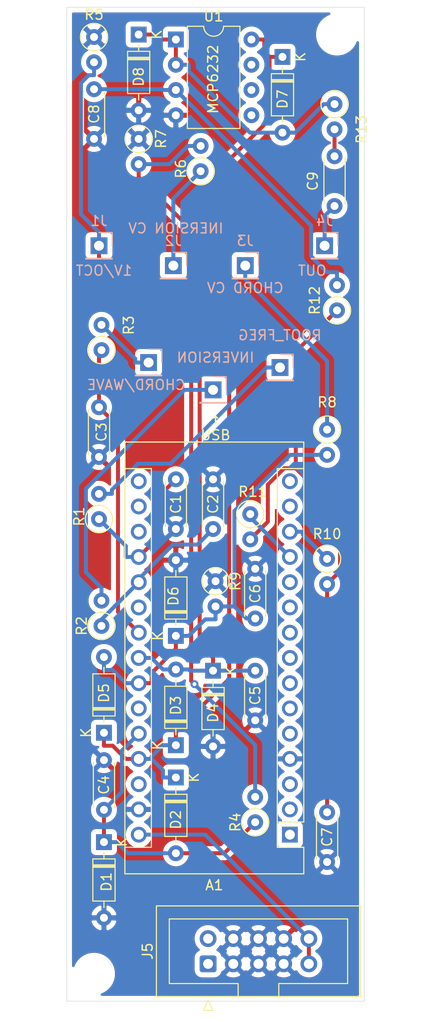
<source format=kicad_pcb>
(kicad_pcb (version 20171130) (host pcbnew "(5.1.9)-1")
  (layers (0 F.Cu signal) (31 B.Cu signal) (34 B.Paste user) (35 F.Paste user) (36 B.SilkS user) (37 F.SilkS user) (38 B.Mask user) (39 F.Mask user) (44 Edge.Cuts user))
  (net 0 "")
  (net 1 "Net-(A1-Pad16)")
  (net 2 "Net-(A1-Pad15)")
  (net 3 EURO12V)
  (net 4 "Net-(A1-Pad14)")
  (net 5 GND)
  (net 6 D10)
  (net 7 "Net-(A1-Pad28)")
  (net 8 D9)
  (net 9 5V)
  (net 10 "Net-(A1-Pad11)")
  (net 11 A7)
  (net 12 "Net-(A1-Pad10)")
  (net 13 "Net-(A1-Pad25)")
  (net 14 "Net-(A1-Pad9)")
  (net 15 A5)
  (net 16 "Net-(A1-Pad8)")
  (net 17 A4)
  (net 18 "Net-(A1-Pad7)")
  (net 19 A3)
  (net 20 "Net-(A1-Pad6)")
  (net 21 "Net-(A1-Pad21)")
  (net 22 "Net-(A1-Pad5)")
  (net 23 A1)
  (net 24 A0)
  (net 25 "Net-(A1-Pad3)")
  (net 26 "Net-(A1-Pad18)")
  (net 27 "Net-(A1-Pad2)")
  (net 28 "Net-(A1-Pad17)")
  (net 29 "Net-(A1-Pad1)")
  (net 30 "Net-(C7-Pad1)")
  (net 31 "Net-(C8-Pad1)")
  (net 32 "Net-(C9-Pad2)")
  (net 33 "Net-(C9-Pad1)")
  (net 34 "Net-(D7-Pad2)")
  (net 35 "Net-(J5-Pad2)")
  (net 36 "Net-(J5-Pad1)")
  (net 37 "Net-(R1-Pad2)")
  (net 38 "Net-(R2-Pad2)")
  (net 39 "Net-(R3-Pad2)")
  (net 40 "Net-(J1-PadT)")
  (net 41 "Net-(J2-PadT)")
  (net 42 "Net-(J3-PadT)")
  (module Resistor_THT:R_Axial_DIN0207_L6.3mm_D2.5mm_P2.54mm_Vertical (layer F.Cu) (at 118.5 101 270)
    (fp_text reference R11 (at -2.25 -0.25 180) (layer F.SilkS))
    (fp_text value 3.9k)
    (pad 2 thru_hole oval (at 2.54 0 270) (size 1.6 1.6) (drill 0.8) (layers *.Cu *.Mask) (net 30 "Net-(C7-Pad1)"))
    (pad 1 thru_hole circle (at 0 0 270) (size 1.6 1.6) (drill 0.8) (layers *.Cu *.Mask) (net 8 D9))
  )
  (module Resistor_THT:R_Axial_DIN0207_L6.3mm_D2.5mm_P2.54mm_Vertical (layer F.Cu) (at 115 107.75 270)
    (fp_text reference R9 (at 0 -2 90) (layer F.SilkS))
    (fp_text value 100k)
    (pad 2 thru_hole oval (at 2.54 0 270) (size 1.6 1.6) (drill 0.8) (layers *.Cu *.Mask) (net 15 A5))
    (pad 1 thru_hole circle (at 0 0 270) (size 1.6 1.6) (drill 0.8) (layers *.Cu *.Mask) (net 5 GND))
  )
  (module Resistor_THT:R_Axial_DIN0207_L6.3mm_D2.5mm_P2.54mm_Vertical (layer F.Cu) (at 119 132 90)
    (fp_text reference R4 (at 0 -2 90) (layer F.SilkS))
    (fp_text value 100R)
    (pad 2 thru_hole oval (at 2.54 0 90) (size 1.6 1.6) (drill 0.8) (layers *.Cu *.Mask) (net 40 "Net-(J1-PadT)"))
    (pad 1 thru_hole circle (at 0 0 90) (size 1.6 1.6) (drill 0.8) (layers *.Cu *.Mask) (net 11 A7))
  )
  (module Resistor_THT:R_Axial_DIN0207_L6.3mm_D2.5mm_P2.54mm_Vertical (layer F.Cu) (at 126.25 105.5 270)
    (fp_text reference R10 (at -2.5 0 180) (layer F.SilkS))
    (fp_text value 499k)
    (pad 2 thru_hole oval (at 2.54 0 270) (size 1.6 1.6) (drill 0.8) (layers *.Cu *.Mask) (net 30 "Net-(C7-Pad1)"))
    (pad 1 thru_hole circle (at 0 0 270) (size 1.6 1.6) (drill 0.8) (layers *.Cu *.Mask) (net 6 D10))
  )
  (module Resistor_THT:R_Axial_DIN0207_L6.3mm_D2.5mm_P2.54mm_Vertical (layer F.Cu) (at 126.25 92.5 270)
    (fp_text reference R8 (at -2.75 0 180) (layer F.SilkS))
    (fp_text value 1k)
    (pad 2 thru_hole oval (at 2.54 0 270) (size 1.6 1.6) (drill 0.8) (layers *.Cu *.Mask) (net 15 A5))
    (pad 1 thru_hole circle (at 0 0 270) (size 1.6 1.6) (drill 0.8) (layers *.Cu *.Mask) (net 42 "Net-(J3-PadT)"))
  )
  (module Resistor_THT:R_Axial_DIN0207_L6.3mm_D2.5mm_P2.54mm_Vertical (layer F.Cu) (at 103.5 112.25 90)
    (fp_text reference R2 (at 0 -2 90) (layer F.SilkS))
    (fp_text value 1k)
    (pad 2 thru_hole oval (at 2.54 0 90) (size 1.6 1.6) (drill 0.8) (layers *.Cu *.Mask) (net 38 "Net-(R2-Pad2)"))
    (pad 1 thru_hole circle (at 0 0 90) (size 1.6 1.6) (drill 0.8) (layers *.Cu *.Mask) (net 23 A1))
  )
  (module Resistor_THT:R_Axial_DIN0207_L6.3mm_D2.5mm_P2.54mm_Vertical (layer F.Cu) (at 103.25 101.5 90)
    (fp_text reference R1 (at 0.25 -2 270) (layer F.SilkS))
    (fp_text value 1k)
    (pad 2 thru_hole oval (at 2.54 0 90) (size 1.6 1.6) (drill 0.8) (layers *.Cu *.Mask) (net 37 "Net-(R1-Pad2)"))
    (pad 1 thru_hole circle (at 0 0 90) (size 1.6 1.6) (drill 0.8) (layers *.Cu *.Mask) (net 24 A0))
  )
  (module Resistor_THT:R_Axial_DIN0207_L6.3mm_D2.5mm_P2.54mm_Vertical (layer F.Cu) (at 127.25 80.5 90)
    (fp_text reference R12 (at 1 -2.25 90) (layer F.SilkS))
    (fp_text value 3.9k)
    (pad 2 thru_hole oval (at 2.54 0 90) (size 1.6 1.6) (drill 0.8) (layers *.Cu *.Mask) (net 31 "Net-(C8-Pad1)"))
    (pad 1 thru_hole circle (at 0 0 90) (size 1.6 1.6) (drill 0.8) (layers *.Cu *.Mask) (net 30 "Net-(C7-Pad1)"))
  )
  (module Resistor_THT:R_Axial_DIN0207_L6.3mm_D2.5mm_P2.54mm_Vertical (layer F.Cu) (at 103.5 84.5 90)
    (fp_text reference R3 (at 2.5 2.75 90) (layer F.SilkS))
    (fp_text value 1k)
    (pad 2 thru_hole oval (at 2.54 0 90) (size 1.6 1.6) (drill 0.8) (layers *.Cu *.Mask) (net 39 "Net-(R3-Pad2)"))
    (pad 1 thru_hole circle (at 0 0 90) (size 1.6 1.6) (drill 0.8) (layers *.Cu *.Mask) (net 19 A3))
  )
  (module Resistor_THT:R_Axial_DIN0207_L6.3mm_D2.5mm_P2.54mm_Vertical (layer F.Cu) (at 127 59.75 270)
    (fp_text reference R13 (at 2.54 -2.72 90) (layer F.SilkS))
    (fp_text value 220R)
    (pad 2 thru_hole oval (at 2.54 0 270) (size 1.6 1.6) (drill 0.8) (layers *.Cu *.Mask) (net 32 "Net-(C9-Pad2)"))
    (pad 1 thru_hole circle (at 0 0 270) (size 1.6 1.6) (drill 0.8) (layers *.Cu *.Mask) (net 34 "Net-(D7-Pad2)"))
  )
  (module Resistor_THT:R_Axial_DIN0207_L6.3mm_D2.5mm_P2.54mm_Vertical (layer F.Cu) (at 113.5 66.5 90)
    (fp_text reference R6 (at 0.25 -2 90) (layer F.SilkS))
    (fp_text value 1k)
    (pad 2 thru_hole oval (at 2.54 0 90) (size 1.6 1.6) (drill 0.8) (layers *.Cu *.Mask) (net 17 A4))
    (pad 1 thru_hole circle (at 0 0 90) (size 1.6 1.6) (drill 0.8) (layers *.Cu *.Mask) (net 41 "Net-(J2-PadT)"))
  )
  (module Resistor_THT:R_Axial_DIN0207_L6.3mm_D2.5mm_P2.54mm_Vertical (layer F.Cu) (at 107.25 63.25 270)
    (fp_text reference R7 (at 0 -2.25 90) (layer F.SilkS))
    (fp_text value 100k)
    (pad 2 thru_hole oval (at 2.54 0 270) (size 1.6 1.6) (drill 0.8) (layers *.Cu *.Mask) (net 17 A4))
    (pad 1 thru_hole circle (at 0 0 270) (size 1.6 1.6) (drill 0.8) (layers *.Cu *.Mask) (net 5 GND))
  )
  (module Resistor_THT:R_Axial_DIN0207_L6.3mm_D2.5mm_P2.54mm_Vertical (layer F.Cu) (at 102.75 53 270)
    (fp_text reference R5 (at -2.25 0 180) (layer F.SilkS))
    (fp_text value 100k)
    (pad 2 thru_hole oval (at 2.54 0 270) (size 1.6 1.6) (drill 0.8) (layers *.Cu *.Mask) (net 40 "Net-(J1-PadT)"))
    (pad 1 thru_hole circle (at 0 0 270) (size 1.6 1.6) (drill 0.8) (layers *.Cu *.Mask) (net 5 GND))
  )
  (module Connector_PinHeader_2.54mm:PinHeader_1x01_P2.54mm_Vertical (layer B.Cu) (at 121.5 86.25 180)
    (fp_text reference ROOT_FREG (at 0 3.25 180) (layer B.SilkS) (effects (justify mirror)))
    (fp_text value 100k)
    (pad 1 thru_hole rect (at 0 0 180) (size 1.7 1.7) (drill 1) (layers *.Cu *.Mask) (net 37 "Net-(R1-Pad2)"))
  )
  (module Connector_PinHeader_2.54mm:PinHeader_1x01_P2.54mm_Vertical (layer B.Cu) (at 114.75 88.5 180)
    (fp_text reference INVERSION (at -0.25 3.25 180) (layer B.SilkS) (effects (justify mirror)))
    (fp_text value 100k)
    (pad 1 thru_hole rect (at 0 0 180) (size 1.7 1.7) (drill 1) (layers *.Cu *.Mask) (net 38 "Net-(R2-Pad2)"))
  )
  (module Connector_PinHeader_2.54mm:PinHeader_1x01_P2.54mm_Vertical (layer B.Cu) (at 108.25 85.75 180)
    (fp_text reference CHORD/WAVE (at 1.25 -2.25 180) (layer B.SilkS) (effects (justify mirror)))
    (fp_text value 100k)
    (pad 1 thru_hole rect (at 0 0 180) (size 1.7 1.7) (drill 1) (layers *.Cu *.Mask) (net 39 "Net-(R3-Pad2)"))
  )
  (module Connector_PinHeader_2.54mm:PinHeader_1x01_P2.54mm_Vertical (layer B.Cu) (at 118 76 180)
    (fp_text reference J3 (at 0 2.5 180) (layer B.SilkS) (effects (justify mirror)))
    (fp_text value CHORD_CV)
    (pad 1 thru_hole rect (at 0 0 180) (size 1.7 1.7) (drill 1) (layers *.Cu *.Mask) (net 42 "Net-(J3-PadT)"))
  )
  (module Connector_PinHeader_2.54mm:PinHeader_1x01_P2.54mm_Vertical (layer B.Cu) (at 110.75 76 180)
    (fp_text reference J2 (at 0 2.5 180) (layer B.SilkS) (effects (justify mirror)))
    (fp_text value INVERSION_CV)
    (pad 1 thru_hole rect (at 0 0 180) (size 1.7 1.7) (drill 1) (layers *.Cu *.Mask) (net 41 "Net-(J2-PadT)"))
  )
  (module Connector_PinHeader_2.54mm:PinHeader_1x01_P2.54mm_Vertical (layer B.Cu) (at 103.25 74 180)
    (fp_text reference J1 (at 0 2.5 180) (layer B.SilkS) (effects (justify mirror)))
    (fp_text value 1V/OCT)
    (pad 1 thru_hole rect (at 0 0 180) (size 1.7 1.7) (drill 1) (layers *.Cu *.Mask) (net 40 "Net-(J1-PadT)"))
  )
  (module Connector_PinHeader_2.54mm:PinHeader_1x01_P2.54mm_Vertical (layer B.Cu) (at 126 74 180)
    (fp_text reference J4 (at 0 2.5 180) (layer B.SilkS) (effects (justify mirror)))
    (fp_text value OUT)
    (pad 1 thru_hole rect (at 0 0 180) (size 1.7 1.7) (drill 1) (layers *.Cu *.Mask) (net 33 "Net-(C9-Pad1)"))
  )
  (module MountingHole:MountingHole_3.2mm_M3 (layer F.Cu) (at 127.25 52.75)
    (fp_text reference REF2 hide)
    (fp_text value MountingHole_3.2mm_M3)
    (pad 1 np_thru_hole circle (at 0 0) (size 3.2 3.2) (drill 3.2) (layers *.Cu *.Mask))
  )
  (module MountingHole:MountingHole_3.2mm_M3 (layer F.Cu) (at 102.75 147.25)
    (fp_text reference REF1 hide)
    (fp_text value MountingHole_3.2mm_M3)
    (pad 1 np_thru_hole circle (at 0 0) (size 3.2 3.2) (drill 3.2) (layers *.Cu *.Mask))
  )
  (module Package_DIP:DIP-8_W7.62mm (layer F.Cu) (at 111 53.25)
    (fp_text reference U1 (at 3.81 -2.33) (layer F.SilkS))
    (fp_text value MCP6L02x-xSN)
    (pad 8 thru_hole oval (at 7.62 0) (size 1.6 1.6) (drill 0.8) (layers *.Cu *.Mask) (net 9 5V))
    (pad 4 thru_hole oval (at 0 7.62) (size 1.6 1.6) (drill 0.8) (layers *.Cu *.Mask) (net 5 GND))
    (pad 7 thru_hole oval (at 7.62 2.54) (size 1.6 1.6) (drill 0.8) (layers *.Cu *.Mask))
    (pad 3 thru_hole oval (at 0 5.08) (size 1.6 1.6) (drill 0.8) (layers *.Cu *.Mask) (net 31 "Net-(C8-Pad1)"))
    (pad 6 thru_hole oval (at 7.62 5.08) (size 1.6 1.6) (drill 0.8) (layers *.Cu *.Mask))
    (pad 2 thru_hole oval (at 0 2.54) (size 1.6 1.6) (drill 0.8) (layers *.Cu *.Mask) (net 34 "Net-(D7-Pad2)"))
    (pad 5 thru_hole oval (at 7.62 7.62) (size 1.6 1.6) (drill 0.8) (layers *.Cu *.Mask))
    (pad 1 thru_hole rect (at 0 0) (size 1.6 1.6) (drill 0.8) (layers *.Cu *.Mask) (net 34 "Net-(D7-Pad2)"))
  )
  (module Connector_IDC:IDC-Header_2x05_P2.54mm_Vertical (layer F.Cu) (at 114.25 146.25 90)
    (fp_text reference J5 (at 1.27 -6.1 90) (layer F.SilkS))
    (fp_text value POWER)
    (pad 10 thru_hole circle (at 2.54 10.16 90) (size 1.7 1.7) (drill 1) (layers *.Cu *.Mask) (net 3 EURO12V))
    (pad 8 thru_hole circle (at 2.54 7.62 90) (size 1.7 1.7) (drill 1) (layers *.Cu *.Mask) (net 5 GND))
    (pad 6 thru_hole circle (at 2.54 5.08 90) (size 1.7 1.7) (drill 1) (layers *.Cu *.Mask) (net 5 GND))
    (pad 4 thru_hole circle (at 2.54 2.54 90) (size 1.7 1.7) (drill 1) (layers *.Cu *.Mask) (net 5 GND))
    (pad 2 thru_hole circle (at 2.54 0 90) (size 1.7 1.7) (drill 1) (layers *.Cu *.Mask) (net 35 "Net-(J5-Pad2)"))
    (pad 9 thru_hole circle (at 0 10.16 90) (size 1.7 1.7) (drill 1) (layers *.Cu *.Mask) (net 3 EURO12V))
    (pad 7 thru_hole circle (at 0 7.62 90) (size 1.7 1.7) (drill 1) (layers *.Cu *.Mask) (net 5 GND))
    (pad 5 thru_hole circle (at 0 5.08 90) (size 1.7 1.7) (drill 1) (layers *.Cu *.Mask) (net 5 GND))
    (pad 3 thru_hole circle (at 0 2.54 90) (size 1.7 1.7) (drill 1) (layers *.Cu *.Mask) (net 5 GND))
    (pad 1 thru_hole roundrect (at 0 0 90) (size 1.7 1.7) (drill 1) (layers *.Cu *.Mask) (roundrect_rratio 0.1470588235294118) (net 36 "Net-(J5-Pad1)"))
  )
  (module Diode_THT:D_DO-35_SOD27_P7.62mm_Horizontal (layer F.Cu) (at 107.25 52.75 270)
    (fp_text reference D8 (at 4.25 0 90) (layer F.SilkS))
    (fp_text value BAT43)
    (fp_text user K (at 0 -1.8 90) (layer F.SilkS))
    (pad 2 thru_hole oval (at 7.62 0 270) (size 1.6 1.6) (drill 0.8) (layers *.Cu *.Mask) (net 5 GND))
    (pad 1 thru_hole rect (at 0 0 270) (size 1.6 1.6) (drill 0.8) (layers *.Cu *.Mask) (net 34 "Net-(D7-Pad2)"))
  )
  (module Diode_THT:D_DO-35_SOD27_P7.62mm_Horizontal (layer F.Cu) (at 121.75 55 270)
    (fp_text reference D7 (at 4.25 0 90) (layer F.SilkS))
    (fp_text value BAT43)
    (fp_text user K (at 0 -1.8 90) (layer F.SilkS))
    (pad 2 thru_hole oval (at 7.62 0 270) (size 1.6 1.6) (drill 0.8) (layers *.Cu *.Mask) (net 34 "Net-(D7-Pad2)"))
    (pad 1 thru_hole rect (at 0 0 270) (size 1.6 1.6) (drill 0.8) (layers *.Cu *.Mask) (net 9 5V))
  )
  (module Diode_THT:D_DO-35_SOD27_P7.62mm_Horizontal (layer F.Cu) (at 111 113.25 90)
    (fp_text reference D6 (at 4 -0.25 90) (layer F.SilkS))
    (fp_text value BAT43)
    (fp_text user K (at 0 -1.8 90) (layer F.SilkS))
    (pad 2 thru_hole oval (at 7.62 0 90) (size 1.6 1.6) (drill 0.8) (layers *.Cu *.Mask) (net 5 GND))
    (pad 1 thru_hole rect (at 0 0 90) (size 1.6 1.6) (drill 0.8) (layers *.Cu *.Mask) (net 15 A5))
  )
  (module Diode_THT:D_DO-35_SOD27_P7.62mm_Horizontal (layer F.Cu) (at 103.75 123 90)
    (fp_text reference D5 (at 4 0 90) (layer F.SilkS))
    (fp_text value BAT43)
    (fp_text user K (at 0 -1.8 90) (layer F.SilkS))
    (pad 2 thru_hole oval (at 7.62 0 90) (size 1.6 1.6) (drill 0.8) (layers *.Cu *.Mask) (net 15 A5))
    (pad 1 thru_hole rect (at 0 0 90) (size 1.6 1.6) (drill 0.8) (layers *.Cu *.Mask) (net 9 5V))
  )
  (module Diode_THT:D_DO-35_SOD27_P7.62mm_Horizontal (layer F.Cu) (at 114.75 116.75 270)
    (fp_text reference D4 (at 4.25 0 90) (layer F.SilkS))
    (fp_text value BAT43)
    (fp_text user K (at 0 -1.8 90) (layer F.SilkS))
    (pad 2 thru_hole oval (at 7.62 0 270) (size 1.6 1.6) (drill 0.8) (layers *.Cu *.Mask) (net 5 GND))
    (pad 1 thru_hole rect (at 0 0 270) (size 1.6 1.6) (drill 0.8) (layers *.Cu *.Mask) (net 17 A4))
  )
  (module Diode_THT:D_DO-35_SOD27_P7.62mm_Horizontal (layer F.Cu) (at 111 124.25 90)
    (fp_text reference D3 (at 4 0 90) (layer F.SilkS))
    (fp_text value BAT43)
    (fp_text user K (at 0 -1.8 90) (layer F.SilkS))
    (pad 2 thru_hole oval (at 7.62 0 90) (size 1.6 1.6) (drill 0.8) (layers *.Cu *.Mask) (net 17 A4))
    (pad 1 thru_hole rect (at 0 0 90) (size 1.6 1.6) (drill 0.8) (layers *.Cu *.Mask) (net 9 5V))
  )
  (module Diode_THT:D_DO-35_SOD27_P7.62mm_Horizontal (layer F.Cu) (at 111 127.5 270)
    (fp_text reference D2 (at 4.25 0 90) (layer F.SilkS))
    (fp_text value BAT43)
    (fp_text user K (at 0 -1.8 90) (layer F.SilkS))
    (pad 2 thru_hole oval (at 7.62 0 270) (size 1.6 1.6) (drill 0.8) (layers *.Cu *.Mask) (net 11 A7))
    (pad 1 thru_hole rect (at 0 0 270) (size 1.6 1.6) (drill 0.8) (layers *.Cu *.Mask) (net 9 5V))
  )
  (module Diode_THT:D_DO-35_SOD27_P7.62mm_Horizontal (layer F.Cu) (at 103.75 134 270)
    (fp_text reference D1 (at 4 -0.25 90) (layer F.SilkS))
    (fp_text value BAT43)
    (fp_text user K (at 0 -1.8 90) (layer F.SilkS))
    (pad 2 thru_hole oval (at 7.62 0 270) (size 1.6 1.6) (drill 0.8) (layers *.Cu *.Mask) (net 5 GND))
    (pad 1 thru_hole rect (at 0 0 270) (size 1.6 1.6) (drill 0.8) (layers *.Cu *.Mask) (net 11 A7))
  )
  (module Capacitor_THT:C_Disc_D4.3mm_W1.9mm_P5.00mm (layer F.Cu) (at 127 70 90)
    (fp_text reference C9 (at 2.5 -2.2 90) (layer F.SilkS))
    (fp_text value 4.7uF)
    (pad 2 thru_hole circle (at 5 0 90) (size 1.6 1.6) (drill 0.8) (layers *.Cu *.Mask) (net 32 "Net-(C9-Pad2)"))
    (pad 1 thru_hole circle (at 0 0 90) (size 1.6 1.6) (drill 0.8) (layers *.Cu *.Mask) (net 33 "Net-(C9-Pad1)"))
  )
  (module Capacitor_THT:C_Disc_D4.3mm_W1.9mm_P5.00mm (layer F.Cu) (at 102.75 58.25 270)
    (fp_text reference C8 (at 2.5 0 90) (layer F.SilkS))
    (fp_text value 10nF)
    (pad 2 thru_hole circle (at 5 0 270) (size 1.6 1.6) (drill 0.8) (layers *.Cu *.Mask) (net 5 GND))
    (pad 1 thru_hole circle (at 0 0 270) (size 1.6 1.6) (drill 0.8) (layers *.Cu *.Mask) (net 31 "Net-(C8-Pad1)"))
  )
  (module Capacitor_THT:C_Disc_D4.3mm_W1.9mm_P5.00mm (layer F.Cu) (at 126.25 131 270)
    (fp_text reference C7 (at 2.5 0 90) (layer F.SilkS))
    (fp_text value 10nF)
    (pad 2 thru_hole circle (at 5 0 270) (size 1.6 1.6) (drill 0.8) (layers *.Cu *.Mask) (net 5 GND))
    (pad 1 thru_hole circle (at 0 0 270) (size 1.6 1.6) (drill 0.8) (layers *.Cu *.Mask) (net 30 "Net-(C7-Pad1)"))
  )
  (module Capacitor_THT:C_Disc_D4.3mm_W1.9mm_P5.00mm (layer F.Cu) (at 119 111.5 90)
    (fp_text reference C6 (at 2.5 0 90) (layer F.SilkS))
    (fp_text value 68nF)
    (pad 2 thru_hole circle (at 5 0 90) (size 1.6 1.6) (drill 0.8) (layers *.Cu *.Mask) (net 5 GND))
    (pad 1 thru_hole circle (at 0 0 90) (size 1.6 1.6) (drill 0.8) (layers *.Cu *.Mask) (net 15 A5))
  )
  (module Capacitor_THT:C_Disc_D4.3mm_W1.9mm_P5.00mm (layer F.Cu) (at 119 116.75 270)
    (fp_text reference C5 (at 2.5 0 90) (layer F.SilkS))
    (fp_text value 68nF)
    (pad 2 thru_hole circle (at 5 0 270) (size 1.6 1.6) (drill 0.8) (layers *.Cu *.Mask) (net 5 GND))
    (pad 1 thru_hole circle (at 0 0 270) (size 1.6 1.6) (drill 0.8) (layers *.Cu *.Mask) (net 17 A4))
  )
  (module Capacitor_THT:C_Disc_D4.3mm_W1.9mm_P5.00mm (layer F.Cu) (at 103.75 130.75 90)
    (fp_text reference C4 (at 2.5 0 90) (layer F.SilkS))
    (fp_text value 68nF)
    (pad 2 thru_hole circle (at 5 0 90) (size 1.6 1.6) (drill 0.8) (layers *.Cu *.Mask) (net 5 GND))
    (pad 1 thru_hole circle (at 0 0 90) (size 1.6 1.6) (drill 0.8) (layers *.Cu *.Mask) (net 11 A7))
  )
  (module Capacitor_THT:C_Disc_D4.3mm_W1.9mm_P5.00mm (layer F.Cu) (at 103.25 90.25 270)
    (fp_text reference C3 (at 2.5 -0.25 90) (layer F.SilkS))
    (fp_text value 10nF)
    (pad 2 thru_hole circle (at 5 0 270) (size 1.6 1.6) (drill 0.8) (layers *.Cu *.Mask) (net 5 GND))
    (pad 1 thru_hole circle (at 0 0 270) (size 1.6 1.6) (drill 0.8) (layers *.Cu *.Mask) (net 19 A3))
  )
  (module Capacitor_THT:C_Disc_D4.3mm_W1.9mm_P5.00mm (layer F.Cu) (at 114.75 102.5 90)
    (fp_text reference C2 (at 2.5 0 90) (layer F.SilkS))
    (fp_text value 10nF)
    (pad 2 thru_hole circle (at 5 0 90) (size 1.6 1.6) (drill 0.8) (layers *.Cu *.Mask) (net 5 GND))
    (pad 1 thru_hole circle (at 0 0 90) (size 1.6 1.6) (drill 0.8) (layers *.Cu *.Mask) (net 23 A1))
  )
  (module Capacitor_THT:C_Disc_D4.3mm_W1.9mm_P5.00mm (layer F.Cu) (at 111 97.5 270)
    (fp_text reference C1 (at 2.5 0 90) (layer F.SilkS))
    (fp_text value 10nF)
    (pad 2 thru_hole circle (at 5 0 270) (size 1.6 1.6) (drill 0.8) (layers *.Cu *.Mask) (net 5 GND))
    (pad 1 thru_hole circle (at 0 0 270) (size 1.6 1.6) (drill 0.8) (layers *.Cu *.Mask) (net 24 A0))
  )
  (module Module:Arduino_Nano (layer F.Cu) (at 122.5 133.25 180)
    (fp_text reference A1 (at 7.62 -5.08) (layer F.SilkS))
    (fp_text value Arduino_Nano_v3.x)
    (pad 16 thru_hole oval (at 15.24 35.56 180) (size 1.6 1.6) (drill 1) (layers *.Cu *.Mask) (net 1 "Net-(A1-Pad16)"))
    (pad 15 thru_hole oval (at 0 35.56 180) (size 1.6 1.6) (drill 1) (layers *.Cu *.Mask) (net 2 "Net-(A1-Pad15)"))
    (pad 30 thru_hole oval (at 15.24 0 180) (size 1.6 1.6) (drill 1) (layers *.Cu *.Mask) (net 3 EURO12V))
    (pad 14 thru_hole oval (at 0 33.02 180) (size 1.6 1.6) (drill 1) (layers *.Cu *.Mask) (net 4 "Net-(A1-Pad14)"))
    (pad 29 thru_hole oval (at 15.24 2.54 180) (size 1.6 1.6) (drill 1) (layers *.Cu *.Mask) (net 5 GND))
    (pad 13 thru_hole oval (at 0 30.48 180) (size 1.6 1.6) (drill 1) (layers *.Cu *.Mask) (net 6 D10))
    (pad 28 thru_hole oval (at 15.24 5.08 180) (size 1.6 1.6) (drill 1) (layers *.Cu *.Mask) (net 7 "Net-(A1-Pad28)"))
    (pad 12 thru_hole oval (at 0 27.94 180) (size 1.6 1.6) (drill 1) (layers *.Cu *.Mask) (net 8 D9))
    (pad 27 thru_hole oval (at 15.24 7.62 180) (size 1.6 1.6) (drill 1) (layers *.Cu *.Mask) (net 9 5V))
    (pad 11 thru_hole oval (at 0 25.4 180) (size 1.6 1.6) (drill 1) (layers *.Cu *.Mask) (net 10 "Net-(A1-Pad11)"))
    (pad 26 thru_hole oval (at 15.24 10.16 180) (size 1.6 1.6) (drill 1) (layers *.Cu *.Mask) (net 11 A7))
    (pad 10 thru_hole oval (at 0 22.86 180) (size 1.6 1.6) (drill 1) (layers *.Cu *.Mask) (net 12 "Net-(A1-Pad10)"))
    (pad 25 thru_hole oval (at 15.24 12.7 180) (size 1.6 1.6) (drill 1) (layers *.Cu *.Mask) (net 13 "Net-(A1-Pad25)"))
    (pad 9 thru_hole oval (at 0 20.32 180) (size 1.6 1.6) (drill 1) (layers *.Cu *.Mask) (net 14 "Net-(A1-Pad9)"))
    (pad 24 thru_hole oval (at 15.24 15.24 180) (size 1.6 1.6) (drill 1) (layers *.Cu *.Mask) (net 15 A5))
    (pad 8 thru_hole oval (at 0 17.78 180) (size 1.6 1.6) (drill 1) (layers *.Cu *.Mask) (net 16 "Net-(A1-Pad8)"))
    (pad 23 thru_hole oval (at 15.24 17.78 180) (size 1.6 1.6) (drill 1) (layers *.Cu *.Mask) (net 17 A4))
    (pad 7 thru_hole oval (at 0 15.24 180) (size 1.6 1.6) (drill 1) (layers *.Cu *.Mask) (net 18 "Net-(A1-Pad7)"))
    (pad 22 thru_hole oval (at 15.24 20.32 180) (size 1.6 1.6) (drill 1) (layers *.Cu *.Mask) (net 19 A3))
    (pad 6 thru_hole oval (at 0 12.7 180) (size 1.6 1.6) (drill 1) (layers *.Cu *.Mask) (net 20 "Net-(A1-Pad6)"))
    (pad 21 thru_hole oval (at 15.24 22.86 180) (size 1.6 1.6) (drill 1) (layers *.Cu *.Mask) (net 21 "Net-(A1-Pad21)"))
    (pad 5 thru_hole oval (at 0 10.16 180) (size 1.6 1.6) (drill 1) (layers *.Cu *.Mask) (net 22 "Net-(A1-Pad5)"))
    (pad 20 thru_hole oval (at 15.24 25.4 180) (size 1.6 1.6) (drill 1) (layers *.Cu *.Mask) (net 23 A1))
    (pad 4 thru_hole oval (at 0 7.62 180) (size 1.6 1.6) (drill 1) (layers *.Cu *.Mask) (net 5 GND))
    (pad 19 thru_hole oval (at 15.24 27.94 180) (size 1.6 1.6) (drill 1) (layers *.Cu *.Mask) (net 24 A0))
    (pad 3 thru_hole oval (at 0 5.08 180) (size 1.6 1.6) (drill 1) (layers *.Cu *.Mask) (net 25 "Net-(A1-Pad3)"))
    (pad 18 thru_hole oval (at 15.24 30.48 180) (size 1.6 1.6) (drill 1) (layers *.Cu *.Mask) (net 26 "Net-(A1-Pad18)"))
    (pad 2 thru_hole oval (at 0 2.54 180) (size 1.6 1.6) (drill 1) (layers *.Cu *.Mask) (net 27 "Net-(A1-Pad2)"))
    (pad 17 thru_hole oval (at 15.24 33.02 180) (size 1.6 1.6) (drill 1) (layers *.Cu *.Mask) (net 28 "Net-(A1-Pad17)"))
    (pad 1 thru_hole rect (at 0 0 180) (size 1.6 1.6) (drill 1) (layers *.Cu *.Mask) (net 29 "Net-(A1-Pad1)"))
  )
  (gr_text "↑\nUSB" (at 115 92.25) (layer F.SilkS) (effects (font (size 1 1))))
  (gr_text MCP6232 (at 114.75 57.25 90) (layer F.SilkS) (effects (font (size 1 1))))
  (gr_text 1V/OCT (at 103.75 76.5) (layer B.SilkS) (effects (font (size 1 1)) (justify mirror)))
  (gr_text "INERSION CV" (at 111 72.25) (layer B.SilkS) (effects (font (size 1 1)) (justify mirror)))
  (gr_text "CHORD CV" (at 118 78.25) (layer B.SilkS) (effects (font (size 1 1)) (justify mirror)))
  (gr_text OUT (at 124.75 76.5) (layer B.SilkS) (effects (font (size 1 1)) (justify mirror)))
  (gr_line (start 130 50) (end 100 50) (layer Edge.Cuts) (width 0.05))
  (gr_line (start 130 150) (end 130 50) (layer Edge.Cuts) (width 0.05))
  (gr_line (start 100 150) (end 130 150) (layer Edge.Cuts) (width 0.05))
  (gr_line (start 100 50) (end 100 150) (layer Edge.Cuts) (width 0.05))
  (segment (start 124.41 146.25) (end 124.41 143.71) (width 0.4) (layer F.Cu) (net 3))
  (segment (start 107.26 133.25) (end 113.95 133.25) (width 0.4) (layer B.Cu) (net 3))
  (segment (start 113.95 133.25) (end 124.41 143.71) (width 0.4) (layer B.Cu) (net 3))
  (segment (start 122.5 102.77) (end 123.8003 102.77) (width 0.4) (layer B.Cu) (net 6))
  (segment (start 123.8003 102.77) (end 123.8003 103.0503) (width 0.4) (layer B.Cu) (net 6))
  (segment (start 123.8003 103.0503) (end 126.25 105.5) (width 0.4) (layer B.Cu) (net 6))
  (segment (start 122.5 105.31) (end 118.5 101.31) (width 0.4) (layer B.Cu) (net 8))
  (segment (start 118.5 101.31) (end 118.5 101) (width 0.4) (layer B.Cu) (net 8))
  (segment (start 111 124.25) (end 111 122.9497) (width 0.4) (layer F.Cu) (net 9))
  (segment (start 111 122.9497) (end 116.3772 117.5725) (width 0.4) (layer F.Cu) (net 9))
  (segment (start 116.3772 117.5725) (end 116.3772 65.3548) (width 0.4) (layer F.Cu) (net 9))
  (segment (start 116.3772 65.3548) (end 120.4497 61.2823) (width 0.4) (layer F.Cu) (net 9))
  (segment (start 120.4497 61.2823) (end 120.4497 55) (width 0.4) (layer F.Cu) (net 9))
  (segment (start 118.62 53.25) (end 119.9203 53.25) (width 0.4) (layer F.Cu) (net 9))
  (segment (start 121.75 55) (end 120.4497 55) (width 0.4) (layer F.Cu) (net 9))
  (segment (start 120.4497 55) (end 119.9203 54.4706) (width 0.4) (layer F.Cu) (net 9))
  (segment (start 119.9203 54.4706) (end 119.9203 53.25) (width 0.4) (layer F.Cu) (net 9))
  (segment (start 103.75 123) (end 103.75 124.3003) (width 0.4) (layer F.Cu) (net 9))
  (segment (start 107.26 125.63) (end 105.9597 125.63) (width 0.4) (layer F.Cu) (net 9))
  (segment (start 105.9597 125.63) (end 104.63 124.3003) (width 0.4) (layer F.Cu) (net 9))
  (segment (start 104.63 124.3003) (end 103.75 124.3003) (width 0.4) (layer F.Cu) (net 9))
  (segment (start 111 127.5) (end 109.6997 127.5) (width 0.4) (layer B.Cu) (net 9))
  (segment (start 109.6997 127.5) (end 109.6997 126.7694) (width 0.4) (layer B.Cu) (net 9))
  (segment (start 109.6997 126.7694) (end 108.5603 125.63) (width 0.4) (layer B.Cu) (net 9))
  (segment (start 107.26 125.63) (end 108.5603 125.63) (width 0.4) (layer B.Cu) (net 9))
  (segment (start 111 124.25) (end 109.6997 124.25) (width 0.4) (layer B.Cu) (net 9))
  (segment (start 108.5603 125.63) (end 108.5603 125.3894) (width 0.4) (layer B.Cu) (net 9))
  (segment (start 108.5603 125.3894) (end 109.6997 124.25) (width 0.4) (layer B.Cu) (net 9))
  (segment (start 111 135.12) (end 115.88 135.12) (width 0.4) (layer F.Cu) (net 11))
  (segment (start 115.88 135.12) (end 119 132) (width 0.4) (layer F.Cu) (net 11))
  (segment (start 103.75 130.75) (end 105.565 128.935) (width 0.4) (layer B.Cu) (net 11))
  (segment (start 105.565 128.935) (end 105.565 124.785) (width 0.4) (layer B.Cu) (net 11))
  (segment (start 105.565 124.785) (end 107.26 123.09) (width 0.4) (layer B.Cu) (net 11))
  (segment (start 103.75 134) (end 105.0503 134) (width 0.4) (layer B.Cu) (net 11))
  (segment (start 105.0503 134) (end 106.1703 135.12) (width 0.4) (layer B.Cu) (net 11))
  (segment (start 106.1703 135.12) (end 111 135.12) (width 0.4) (layer B.Cu) (net 11))
  (segment (start 103.75 130.75) (end 103.75 134) (width 0.4) (layer F.Cu) (net 11))
  (segment (start 116.9049 110.29) (end 116.9049 100.6766) (width 0.4) (layer B.Cu) (net 15))
  (segment (start 116.9049 100.6766) (end 122.5415 95.04) (width 0.4) (layer B.Cu) (net 15))
  (segment (start 122.5415 95.04) (end 126.25 95.04) (width 0.4) (layer B.Cu) (net 15))
  (segment (start 119 111.5) (end 118.1149 111.5) (width 0.4) (layer B.Cu) (net 15))
  (segment (start 118.1149 111.5) (end 116.9049 110.29) (width 0.4) (layer B.Cu) (net 15))
  (segment (start 116.9049 110.29) (end 116.3003 110.29) (width 0.4) (layer B.Cu) (net 15))
  (segment (start 115 110.29) (end 115 111.5903) (width 0.4) (layer B.Cu) (net 15))
  (segment (start 111 113.25) (end 112.3003 113.25) (width 0.4) (layer B.Cu) (net 15))
  (segment (start 112.3003 113.25) (end 113.96 111.5903) (width 0.4) (layer B.Cu) (net 15))
  (segment (start 113.96 111.5903) (end 115 111.5903) (width 0.4) (layer B.Cu) (net 15))
  (segment (start 107.26 118.01) (end 108.5603 118.01) (width 0.4) (layer F.Cu) (net 15))
  (segment (start 111 113.25) (end 111 114.5503) (width 0.4) (layer F.Cu) (net 15))
  (segment (start 108.5603 118.01) (end 108.5603 116.99) (width 0.4) (layer F.Cu) (net 15))
  (segment (start 108.5603 116.99) (end 111 114.5503) (width 0.4) (layer F.Cu) (net 15))
  (segment (start 115 110.29) (end 116.3003 110.29) (width 0.4) (layer B.Cu) (net 15))
  (segment (start 103.75 115.38) (end 103.75 116.6803) (width 0.4) (layer B.Cu) (net 15))
  (segment (start 107.26 118.01) (end 105.9597 118.01) (width 0.4) (layer B.Cu) (net 15))
  (segment (start 105.9597 118.01) (end 104.63 116.6803) (width 0.4) (layer B.Cu) (net 15))
  (segment (start 104.63 116.6803) (end 103.75 116.6803) (width 0.4) (layer B.Cu) (net 15))
  (segment (start 113.5 63.96) (end 112.1997 63.96) (width 0.4) (layer B.Cu) (net 17))
  (segment (start 107.25 65.79) (end 110.3697 65.79) (width 0.4) (layer B.Cu) (net 17))
  (segment (start 110.3697 65.79) (end 112.1997 63.96) (width 0.4) (layer B.Cu) (net 17))
  (segment (start 107.25 65.79) (end 107.25 67.0903) (width 0.4) (layer F.Cu) (net 17))
  (segment (start 114.75 116.75) (end 114.75 115.4497) (width 0.4) (layer F.Cu) (net 17))
  (segment (start 114.75 115.4497) (end 113.3996 114.0993) (width 0.4) (layer F.Cu) (net 17))
  (segment (start 113.3996 114.0993) (end 113.3996 73.2399) (width 0.4) (layer F.Cu) (net 17))
  (segment (start 113.3996 73.2399) (end 107.25 67.0903) (width 0.4) (layer F.Cu) (net 17))
  (segment (start 111 116.63) (end 112.3003 116.63) (width 0.4) (layer B.Cu) (net 17))
  (segment (start 114.75 116.75) (end 112.4203 116.75) (width 0.4) (layer B.Cu) (net 17))
  (segment (start 112.4203 116.75) (end 112.3003 116.63) (width 0.4) (layer B.Cu) (net 17))
  (segment (start 119 116.75) (end 114.75 116.75) (width 0.4) (layer B.Cu) (net 17))
  (segment (start 107.26 115.47) (end 108.5603 115.47) (width 0.4) (layer B.Cu) (net 17))
  (segment (start 111 116.63) (end 109.6997 116.63) (width 0.4) (layer B.Cu) (net 17))
  (segment (start 108.5603 115.47) (end 108.5603 115.4906) (width 0.4) (layer B.Cu) (net 17))
  (segment (start 108.5603 115.4906) (end 109.6997 116.63) (width 0.4) (layer B.Cu) (net 17))
  (segment (start 103.5 84.5) (end 103.25 84.75) (width 0.4) (layer F.Cu) (net 19))
  (segment (start 103.25 84.75) (end 103.25 90.25) (width 0.4) (layer F.Cu) (net 19))
  (segment (start 107.26 112.93) (end 105.1663 110.8363) (width 0.4) (layer F.Cu) (net 19))
  (segment (start 105.1663 110.8363) (end 105.1663 92.1663) (width 0.4) (layer F.Cu) (net 19))
  (segment (start 105.1663 92.1663) (end 103.25 90.25) (width 0.4) (layer F.Cu) (net 19))
  (segment (start 114.75 102.5) (end 113.185 104.065) (width 0.4) (layer B.Cu) (net 23))
  (segment (start 113.185 104.065) (end 110.7203 104.065) (width 0.4) (layer B.Cu) (net 23))
  (segment (start 110.7203 104.065) (end 107.26 107.5253) (width 0.4) (layer B.Cu) (net 23))
  (segment (start 107.26 107.5253) (end 107.26 107.85) (width 0.4) (layer B.Cu) (net 23))
  (segment (start 107.26 107.85) (end 103.5 111.61) (width 0.4) (layer B.Cu) (net 23))
  (segment (start 103.5 111.61) (end 103.5 112.25) (width 0.4) (layer B.Cu) (net 23))
  (segment (start 111 97.5) (end 109.2651 99.2349) (width 0.4) (layer F.Cu) (net 24))
  (segment (start 109.2651 99.2349) (end 109.2651 103.3049) (width 0.4) (layer F.Cu) (net 24))
  (segment (start 109.2651 103.3049) (end 107.26 105.31) (width 0.4) (layer F.Cu) (net 24))
  (segment (start 107.26 105.31) (end 105.9597 105.31) (width 0.4) (layer B.Cu) (net 24))
  (segment (start 105.9597 105.31) (end 105.9597 104.2097) (width 0.4) (layer B.Cu) (net 24))
  (segment (start 105.9597 104.2097) (end 103.25 101.5) (width 0.4) (layer B.Cu) (net 24))
  (segment (start 123.0905 96.3857) (end 121.9236 96.3857) (width 0.4) (layer F.Cu) (net 30))
  (segment (start 121.9236 96.3857) (end 120.2751 98.0342) (width 0.4) (layer F.Cu) (net 30))
  (segment (start 120.2751 98.0342) (end 120.2751 101.7649) (width 0.4) (layer F.Cu) (net 30))
  (segment (start 120.2751 101.7649) (end 118.5 103.54) (width 0.4) (layer F.Cu) (net 30))
  (segment (start 126.25 108.04) (end 127.5568 106.7332) (width 0.4) (layer F.Cu) (net 30))
  (segment (start 127.5568 106.7332) (end 127.5568 100.852) (width 0.4) (layer F.Cu) (net 30))
  (segment (start 127.5568 100.852) (end 123.0905 96.3857) (width 0.4) (layer F.Cu) (net 30))
  (segment (start 127.25 80.5) (end 123.0905 84.6595) (width 0.4) (layer F.Cu) (net 30))
  (segment (start 123.0905 84.6595) (end 123.0905 96.3857) (width 0.4) (layer F.Cu) (net 30))
  (segment (start 126.25 131) (end 126.25 108.04) (width 0.4) (layer F.Cu) (net 30))
  (segment (start 111 58.33) (end 109.6997 58.33) (width 0.4) (layer B.Cu) (net 31))
  (segment (start 102.75 58.25) (end 109.6197 58.25) (width 0.4) (layer B.Cu) (net 31))
  (segment (start 109.6197 58.25) (end 109.6997 58.33) (width 0.4) (layer B.Cu) (net 31))
  (segment (start 127.25 77.96) (end 127.25 76.6597) (width 0.4) (layer B.Cu) (net 31))
  (segment (start 111 58.33) (end 124.6404 71.9704) (width 0.4) (layer B.Cu) (net 31))
  (segment (start 124.6404 71.9704) (end 124.6404 75.0648) (width 0.4) (layer B.Cu) (net 31))
  (segment (start 124.6404 75.0648) (end 126.2353 76.6597) (width 0.4) (layer B.Cu) (net 31))
  (segment (start 126.2353 76.6597) (end 127.25 76.6597) (width 0.4) (layer B.Cu) (net 31))
  (segment (start 127 65) (end 127 62.29) (width 0.4) (layer F.Cu) (net 32))
  (segment (start 127 70) (end 126 71) (width 0.4) (layer B.Cu) (net 33))
  (segment (start 126 71) (end 126 74) (width 0.4) (layer B.Cu) (net 33))
  (segment (start 111 53.25) (end 109.0503 53.25) (width 0.4) (layer F.Cu) (net 34))
  (segment (start 109.0503 53.25) (end 108.5503 52.75) (width 0.4) (layer F.Cu) (net 34))
  (segment (start 107.25 52.75) (end 108.5503 52.75) (width 0.4) (layer F.Cu) (net 34))
  (segment (start 111 53.25) (end 111 55.79) (width 0.4) (layer F.Cu) (net 34))
  (segment (start 111 55.79) (end 112.3003 55.79) (width 0.4) (layer B.Cu) (net 34))
  (segment (start 112.3003 55.79) (end 112.3003 56.4402) (width 0.4) (layer B.Cu) (net 34))
  (segment (start 112.3003 56.4402) (end 118.4801 62.62) (width 0.4) (layer B.Cu) (net 34))
  (segment (start 118.4801 62.62) (end 121.75 62.62) (width 0.4) (layer B.Cu) (net 34))
  (segment (start 121.75 62.62) (end 123.0503 62.62) (width 0.4) (layer B.Cu) (net 34))
  (segment (start 123.0503 62.62) (end 125.9203 59.75) (width 0.4) (layer B.Cu) (net 34))
  (segment (start 125.9203 59.75) (end 127 59.75) (width 0.4) (layer B.Cu) (net 34))
  (segment (start 103.25 98.96) (end 104.5503 98.96) (width 0.4) (layer B.Cu) (net 37))
  (segment (start 121.5 86.25) (end 120.1497 86.25) (width 0.4) (layer B.Cu) (net 37))
  (segment (start 120.1497 86.25) (end 110.4735 95.9262) (width 0.4) (layer B.Cu) (net 37))
  (segment (start 110.4735 95.9262) (end 107.18 95.9262) (width 0.4) (layer B.Cu) (net 37))
  (segment (start 107.18 95.9262) (end 104.5503 98.5559) (width 0.4) (layer B.Cu) (net 37))
  (segment (start 104.5503 98.5559) (end 104.5503 98.96) (width 0.4) (layer B.Cu) (net 37))
  (segment (start 103.5 109.71) (end 103.5 108.4097) (width 0.4) (layer B.Cu) (net 38))
  (segment (start 114.75 88.5) (end 111.8709 88.5) (width 0.4) (layer B.Cu) (net 38))
  (segment (start 111.8709 88.5) (end 101.9304 98.4405) (width 0.4) (layer B.Cu) (net 38))
  (segment (start 101.9304 98.4405) (end 101.9304 106.8401) (width 0.4) (layer B.Cu) (net 38))
  (segment (start 101.9304 106.8401) (end 103.5 108.4097) (width 0.4) (layer B.Cu) (net 38))
  (segment (start 108.25 85.75) (end 106.8997 85.75) (width 0.4) (layer B.Cu) (net 39))
  (segment (start 106.8997 85.75) (end 106.8997 85.3597) (width 0.4) (layer B.Cu) (net 39))
  (segment (start 106.8997 85.3597) (end 103.5 81.96) (width 0.4) (layer B.Cu) (net 39))
  (segment (start 102.75 55.54) (end 102.75 56.8403) (width 0.4) (layer B.Cu) (net 40))
  (segment (start 103.25 74) (end 103.25 72.6497) (width 0.4) (layer B.Cu) (net 40))
  (segment (start 103.25 72.6497) (end 101.4285 70.8282) (width 0.4) (layer B.Cu) (net 40))
  (segment (start 101.4285 70.8282) (end 101.4285 57.623) (width 0.4) (layer B.Cu) (net 40))
  (segment (start 101.4285 57.623) (end 102.2112 56.8403) (width 0.4) (layer B.Cu) (net 40))
  (segment (start 102.2112 56.8403) (end 102.75 56.8403) (width 0.4) (layer B.Cu) (net 40))
  (segment (start 103.25 74) (end 103.25 75.3503) (width 0.4) (layer F.Cu) (net 40))
  (segment (start 112.875 118.1094) (end 119 124.2344) (width 0.4) (layer B.Cu) (net 40))
  (segment (start 119 124.2344) (end 119 129.46) (width 0.4) (layer B.Cu) (net 40))
  (segment (start 103.25 75.3503) (end 112.5458 84.6461) (width 0.4) (layer F.Cu) (net 40))
  (segment (start 112.5458 84.6461) (end 112.5458 117.7802) (width 0.4) (layer F.Cu) (net 40))
  (segment (start 112.5458 117.7802) (end 112.875 118.1094) (width 0.4) (layer F.Cu) (net 40))
  (via (at 112.875 118.1094) (size 0.8) (layers F.Cu B.Cu) (net 40))
  (segment (start 110.75 76) (end 110.75 69.25) (width 0.4) (layer B.Cu) (net 41))
  (segment (start 110.75 69.25) (end 113.5 66.5) (width 0.4) (layer B.Cu) (net 41))
  (segment (start 118 76) (end 118 77.3503) (width 0.4) (layer B.Cu) (net 42))
  (segment (start 118 77.3503) (end 126.25 85.6003) (width 0.4) (layer B.Cu) (net 42))
  (segment (start 126.25 85.6003) (end 126.25 92.5) (width 0.4) (layer B.Cu) (net 42))
  (zone (net 5) (net_name GND) (layer F.Cu) (connect_pads (clearance 0.508)) (min_thickness 0.254) (fill yes (arc_segments 32) (thermal_gap 0.508) (thermal_bridge_width 0.508))
    (polygon (pts (xy 130 150) (xy 100 150) (xy 100 50) (xy 130 50)))
  )
  (zone (net 5) (net_name GND) (layer B.Cu) (connect_pads (clearance 0.508)) (min_thickness 0.254) (fill yes (arc_segments 32) (thermal_gap 0.508) (thermal_bridge_width 0.508))
    (polygon (pts (xy 130 150) (xy 100 150) (xy 100 50) (xy 130 50)))
  )
)
</source>
